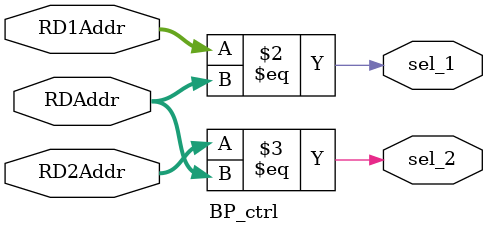
<source format=v>
`timescale 1ns / 1ps

module BP_ctrl(
	input wire [4:0]RD1Addr, RD2Addr, RDAddr,
	output reg sel_1, sel_2
    );
	 
	always @(*)begin
		sel_1 = (RD1Addr==RDAddr);
		sel_2 = (RD2Addr==RDAddr);
	end

endmodule

</source>
